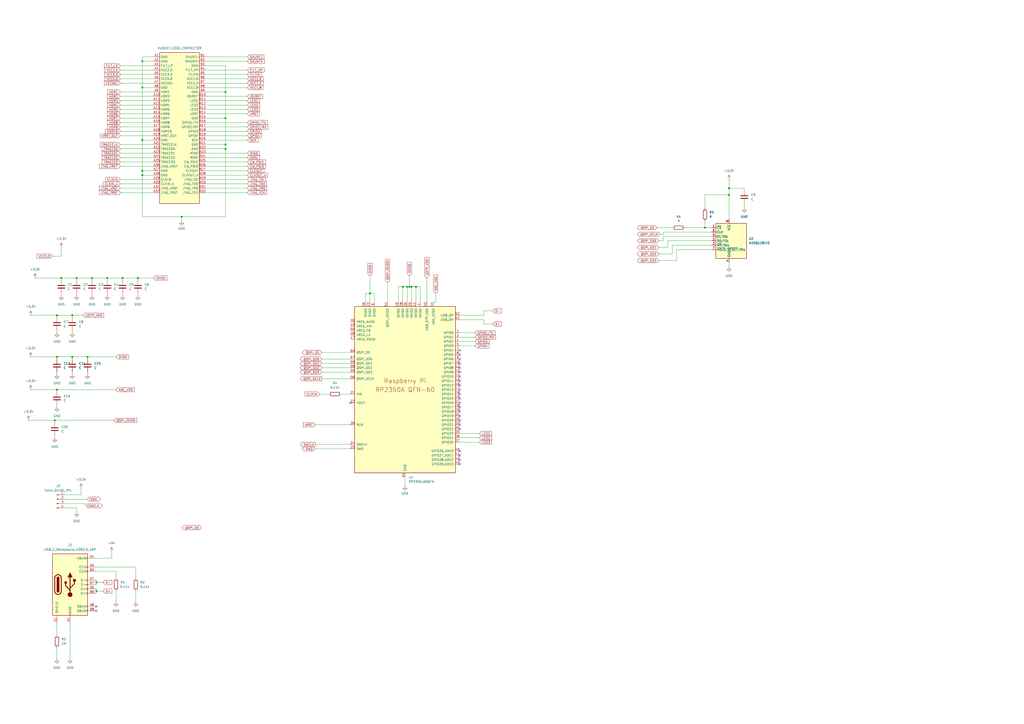
<source format=kicad_sch>
(kicad_sch (version 20250114) (generator "eeschema") (generator_version "9.0")
  (paper "A2")
  (lib_symbols
    (symbol "Connector:Conn_01x04_Pin" (pin_names (offset 1.016) (hide yes))
      (property "Reference" "J" (at 0 5.08 0))
      (property "Value" "Conn_01x04_Pin" (at 0 -7.62 0))
      (symbol "Conn_01x04_Pin_1_1"
        (pin passive line (at 5.08 2.54 180) (length 3.81) (name "Pin_1") (number "1"))
        (pin passive line (at 5.08 0 180) (length 3.81) (name "Pin_2") (number "2"))
        (pin passive line (at 5.08 -2.54 180) (length 3.81) (name "Pin_3") (number "3"))
        (pin passive line (at 5.08 -5.08 180) (length 3.81) (name "Pin_4") (number "4"))
      )
    )
    (symbol "Connector:USB_C_Receptacle_USB2.0_16P" (pin_names (offset 1.016))
      (property "Reference" "J" (at 0 22.225 0))
      (property "Value" "USB_C_Receptacle_USB2.0_16P" (at 0 19.685 0))
      (symbol "USB_C_Receptacle_USB2.0_16P_1_1"
        (pin passive line (at -7.62 -22.86 90) (length 5.08) (name "SHIELD") (number "S1"))
        (pin passive line (at 0 -22.86 90) (length 5.08) (name "GND") (number "A1"))
        (pin passive line (at 0 -22.86 90) (length 5.08) (hide yes) (name "GND") (number "A12"))
        (pin passive line (at 0 -22.86 90) (length 5.08) (hide yes) (name "GND") (number "B1"))
        (pin passive line (at 0 -22.86 90) (length 5.08) (hide yes) (name "GND") (number "B12"))
        (pin passive line (at 15.24 15.24 180) (length 5.08) (name "VBUS") (number "A4"))
        (pin passive line (at 15.24 15.24 180) (length 5.08) (hide yes) (name "VBUS") (number "A9"))
        (pin passive line (at 15.24 15.24 180) (length 5.08) (hide yes) (name "VBUS") (number "B4"))
        (pin passive line (at 15.24 15.24 180) (length 5.08) (hide yes) (name "VBUS") (number "B9"))
        (pin bidirectional line (at 15.24 10.16 180) (length 5.08) (name "CC1") (number "A5"))
        (pin bidirectional line (at 15.24 7.62 180) (length 5.08) (name "CC2") (number "B5"))
        (pin bidirectional line (at 15.24 2.54 180) (length 5.08) (name "D-") (number "A7"))
        (pin bidirectional line (at 15.24 0 180) (length 5.08) (name "D-") (number "B7"))
        (pin bidirectional line (at 15.24 -2.54 180) (length 5.08) (name "D+") (number "A6"))
        (pin bidirectional line (at 15.24 -5.08 180) (length 5.08) (name "D+") (number "B6"))
        (pin bidirectional line (at 15.24 -12.7 180) (length 5.08) (name "SBU1") (number "A8"))
        (pin bidirectional line (at 15.24 -15.24 180) (length 5.08) (name "SBU2") (number "B8"))
      )
    )
    (symbol "Device:C" (pin_numbers (hide yes)) (pin_names (offset 0.254))
      (property "Reference" "C" (at 0.635 2.54 0))
      (property "Value" "C" (at 0.635 -2.54 0))
      (symbol "C_1_1"
        (pin passive line (at 0 3.81 270) (length 2.794) (name "~") (number "1"))
        (pin passive line (at 0 -3.81 90) (length 2.794) (name "~") (number "2"))
      )
    )
    (symbol "Device:R" (pin_numbers (hide yes)) (pin_names (offset 0))
      (property "Reference" "R" (at 2.032 0 90))
      (property "Value" "R" (at 0 0 90))
      (symbol "R_1_1"
        (pin passive line (at 0 3.81 270) (length 1.27) (name "~") (number "1"))
        (pin passive line (at 0 -3.81 90) (length 1.27) (name "~") (number "2"))
      )
    )
    (symbol "MCU_RaspberryPi_RP2350:RP2350_60QFN" (pin_names (offset 1.016))
      (property "Reference" "U" (at -29.21 49.53 0))
      (property "Value" "RP2350_60QFN" (at 24.13 -49.53 0))
      (symbol "RP2350_60QFN_0_0"
        (text "Raspberry Pi" (at 0 5.08 0) (effects (font (size 2.54 2.54))))
      )
      (symbol "RP2350_60QFN_1_0"
        (text "RP2350A QFN-60" (at 0 0 0) (effects (font (size 2.54 2.54))))
      )
      (symbol "RP2350_60QFN_1_1"
        (pin power_in line (at -31.75 39.37 0) (length 2.54) (name "VREG_AVDD") (number "46"))
        (pin power_in line (at -31.75 36.83 0) (length 2.54) (name "VREG_VIN") (number "49"))
        (pin input line (at -31.75 34.29 0) (length 2.54) (name "VREG_FB") (number "50"))
        (pin power_out line (at -31.75 31.75 0) (length 2.54) (name "VREG_LX") (number "48"))
        (pin power_in line (at -31.75 29.21 0) (length 2.54) (name "VREG_PGND") (number "47"))
        (pin bidirectional line (at -31.75 21.59 0) (length 2.54) (name "QSPI_SS") (number "60"))
        (pin bidirectional line (at -31.75 17.78 0) (length 2.54) (name "QSPI_SD0") (number "57"))
        (pin bidirectional line (at -31.75 15.24 0) (length 2.54) (name "QSPI_SD1") (number "59"))
        (pin bidirectional line (at -31.75 12.7 0) (length 2.54) (name "QSPI_SD2") (number "58"))
        (pin bidirectional line (at -31.75 10.16 0) (length 2.54) (name "QSPI_SD3") (number "55"))
        (pin output line (at -31.75 6.35 0) (length 2.54) (name "QSPI_SCLK") (number "56"))
        (pin input line (at -31.75 -2.54 0) (length 2.54) (name "XIN") (number "21"))
        (pin passive line (at -31.75 -7.62 0) (length 2.54) (name "XOUT") (number "22"))
        (pin input line (at -31.75 -20.32 0) (length 2.54) (name "RUN") (number "26"))
        (pin output line (at -31.75 -31.75 0) (length 2.54) (name "SWCLK") (number "24"))
        (pin bidirectional line (at -31.75 -34.29 0) (length 2.54) (name "SWD") (number "25"))
        (pin power_in line (at -22.86 50.8 270) (length 2.54) (name "DVDD") (number "39"))
        (pin power_in line (at -20.32 50.8 270) (length 2.54) (name "DVDD") (number "23"))
        (pin power_in line (at -17.78 50.8 270) (length 2.54) (name "DVDD") (number "6"))
        (pin power_in line (at -10.16 50.8 270) (length 2.54) (name "QSPI_IOVDD") (number "54"))
        (pin power_in line (at -3.81 50.8 270) (length 2.54) (name "IOVDD") (number "45"))
        (pin power_in line (at -1.27 50.8 270) (length 2.54) (name "IOVDD") (number "38"))
        (pin power_in line (at 0 -50.8 90) (length 2.54) (name "GND") (number "61"))
        (pin power_in line (at 1.27 50.8 270) (length 2.54) (name "IOVDD") (number "30"))
        (pin power_in line (at 3.81 50.8 270) (length 2.54) (name "IOVDD") (number "20"))
        (pin power_in line (at 6.35 50.8 270) (length 2.54) (name "IOVDD") (number "11"))
        (pin power_in line (at 8.89 50.8 270) (length 2.54) (name "IOVDD") (number "1"))
        (pin power_in line (at 12.7 50.8 270) (length 2.54) (name "USB_OTP_VDD") (number "53"))
        (pin power_in line (at 16.51 50.8 270) (length 2.54) (name "ADC_AVDD") (number "44"))
        (pin bidirectional line (at 31.75 43.18 180) (length 2.54) (name "USB_DP") (number "52"))
        (pin bidirectional line (at 31.75 40.64 180) (length 2.54) (name "USB_DM") (number "51"))
        (pin bidirectional line (at 31.75 33.02 180) (length 2.54) (name "GPIO0") (number "2"))
        (pin bidirectional line (at 31.75 30.48 180) (length 2.54) (name "GPIO1") (number "3"))
        (pin bidirectional line (at 31.75 27.94 180) (length 2.54) (name "GPIO2") (number "4"))
        (pin bidirectional line (at 31.75 25.4 180) (length 2.54) (name "GPIO3") (number "5"))
        (pin bidirectional line (at 31.75 22.86 180) (length 2.54) (name "GPIO4") (number "7"))
        (pin bidirectional line (at 31.75 20.32 180) (length 2.54) (name "GPIO5") (number "8"))
        (pin bidirectional line (at 31.75 17.78 180) (length 2.54) (name "GPIO6") (number "9"))
        (pin bidirectional line (at 31.75 15.24 180) (length 2.54) (name "GPIO7") (number "10"))
        (pin bidirectional line (at 31.75 12.7 180) (length 2.54) (name "GPIO8") (number "12"))
        (pin bidirectional line (at 31.75 10.16 180) (length 2.54) (name "GPIO9") (number "13"))
        (pin bidirectional line (at 31.75 7.62 180) (length 2.54) (name "GPIO10") (number "14"))
        (pin bidirectional line (at 31.75 5.08 180) (length 2.54) (name "GPIO11") (number "15"))
        (pin bidirectional line (at 31.75 2.54 180) (length 2.54) (name "GPIO12") (number "16"))
        (pin bidirectional line (at 31.75 0 180) (length 2.54) (name "GPIO13") (number "17"))
        (pin bidirectional line (at 31.75 -2.54 180) (length 2.54) (name "GPIO14") (number "18"))
        (pin bidirectional line (at 31.75 -5.08 180) (length 2.54) (name "GPIO15") (number "19"))
        (pin bidirectional line (at 31.75 -7.62 180) (length 2.54) (name "GPIO16") (number "27"))
        (pin bidirectional line (at 31.75 -10.16 180) (length 2.54) (name "GPIO17") (number "28"))
        (pin bidirectional line (at 31.75 -12.7 180) (length 2.54) (name "GPIO18") (number "29"))
        (pin bidirectional line (at 31.75 -15.24 180) (length 2.54) (name "GPIO19") (number "31"))
        (pin bidirectional line (at 31.75 -17.78 180) (length 2.54) (name "GPIO20") (number "32"))
        (pin bidirectional line (at 31.75 -20.32 180) (length 2.54) (name "GPIO21") (number "33"))
        (pin bidirectional line (at 31.75 -22.86 180) (length 2.54) (name "GPIO22") (number "34"))
        (pin bidirectional line (at 31.75 -25.4 180) (length 2.54) (name "GPIO23") (number "35"))
        (pin bidirectional line (at 31.75 -27.94 180) (length 2.54) (name "GPIO24") (number "36"))
        (pin bidirectional line (at 31.75 -30.48 180) (length 2.54) (name "GPIO25") (number "37"))
        (pin bidirectional line (at 31.75 -35.56 180) (length 2.54) (name "GPIO26_ADC0") (number "40"))
        (pin bidirectional line (at 31.75 -38.1 180) (length 2.54) (name "GPIO27_ADC1") (number "41"))
        (pin bidirectional line (at 31.75 -40.64 180) (length 2.54) (name "GPIO28_ADC2") (number "42"))
        (pin bidirectional line (at 31.75 -43.18 180) (length 2.54) (name "GPIO29_ADC3") (number "43"))
      )
    )
    (symbol "Memory_Flash:W25Q128JVS"
      (property "Reference" "U" (at -6.35 11.43 0))
      (property "Value" "W25Q128JVS" (at 7.62 11.43 0))
      (symbol "W25Q128JVS_1_1"
        (pin input line (at -10.16 7.62 0) (length 2.54) (name "~{CS}") (number "1"))
        (pin input line (at -10.16 5.08 0) (length 2.54) (name "CLK") (number "6"))
        (pin bidirectional line (at -10.16 2.54 0) (length 2.54) (name "DI/IO_{0}") (number "5"))
        (pin bidirectional line (at -10.16 0 0) (length 2.54) (name "DO/IO_{1}") (number "2"))
        (pin bidirectional line (at -10.16 -2.54 0) (length 2.54) (name "~{WP}/IO_{2}") (number "3"))
        (pin bidirectional line (at -10.16 -5.08 0) (length 2.54) (name "~{HOLD}/~{RESET}/IO_{3}") (number "7"))
        (pin power_in line (at 0 12.7 270) (length 2.54) (name "VCC") (number "8"))
        (pin power_in line (at 0 -12.7 90) (length 2.54) (name "GND") (number "4"))
      )
    )
    (symbol "New_Library:HUSKEY_EDGE_CONNECTOR"
      (property "Value" "HUSKEY_EDGE_CONNECTOR" (at 85.09 26.67 0))
      (symbol "HUSKEY_EDGE_CONNECTOR_1_1"
        (pin passive line (at -15.24 29.21 0) (length 3.81) (name "GND") (number "A1"))
        (pin passive line (at -15.24 26.67 0) (length 3.81) (name "GND") (number "A2"))
        (pin passive line (at -15.24 24.13 0) (length 3.81) (name "FILT_LP") (number "A3"))
        (pin passive line (at -15.24 21.59 0) (length 3.81) (name "VCC2.5") (number "A4"))
        (pin passive line (at -15.24 19.05 0) (length 3.81) (name "VCC3.3") (number "A5"))
        (pin passive line (at -15.24 16.51 0) (length 3.81) (name "VCC5.0") (number "A6"))
        (pin passive line (at -15.24 13.97 0) (length 3.81) (name "VCCADJ") (number "A7"))
        (pin passive line (at -15.24 11.43 0) (length 3.81) (name "GND") (number "A8"))
        (pin passive line (at -15.24 8.89 0) (length 3.81) (name "HDR1") (number "A9"))
        (pin passive line (at -15.24 6.35 0) (length 3.81) (name "HDR2") (number "A10"))
        (pin passive line (at -15.24 3.81 0) (length 3.81) (name "HDR3") (number "A11"))
        (pin passive line (at -15.24 1.27 0) (length 3.81) (name "HDR4") (number "A12"))
        (pin passive line (at -15.24 -1.27 0) (length 3.81) (name "HDR5") (number "A13"))
        (pin passive line (at -15.24 -3.81 0) (length 3.81) (name "HDR6") (number "A14"))
        (pin passive line (at -15.24 -6.35 0) (length 3.81) (name "HDR7") (number "A15"))
        (pin passive line (at -15.24 -8.89 0) (length 3.81) (name "HDR8") (number "A16"))
        (pin passive line (at -15.24 -11.43 0) (length 3.81) (name "HDR9") (number "A17"))
        (pin passive line (at -15.24 -13.97 0) (length 3.81) (name "HDR10") (number "A18"))
        (pin passive line (at -15.24 -16.51 0) (length 3.81) (name "nRST_OUT") (number "A19"))
        (pin passive line (at -15.24 -19.05 0) (length 3.81) (name "GND") (number "A20"))
        (pin passive line (at -15.24 -21.59 0) (length 3.81) (name "TRACECLK") (number "A21"))
        (pin passive line (at -15.24 -24.13 0) (length 3.81) (name "TRACED0") (number "A22"))
        (pin passive line (at -15.24 -26.67 0) (length 3.81) (name "TRACED1") (number "A23"))
        (pin passive line (at -15.24 -29.21 0) (length 3.81) (name "TRACED2") (number "A24"))
        (pin passive line (at -15.24 -31.75 0) (length 3.81) (name "TRACED3") (number "A25"))
        (pin passive line (at -15.24 -34.29 0) (length 3.81) (name "JTAG_VREF") (number "A26"))
        (pin passive line (at -15.24 -36.83 0) (length 3.81) (name "GND") (number "A27"))
        (pin passive line (at -15.24 -39.37 0) (length 3.81) (name "GND") (number "A28"))
        (pin passive line (at -15.24 -41.91 0) (length 3.81) (name "CLIKIN") (number "A29"))
        (pin passive line (at -15.24 -44.45 0) (length 3.81) (name "CLKIN_n") (number "A30"))
        (pin passive line (at -15.24 -46.99 0) (length 3.81) (name "JTAG_nRST") (number "A31"))
        (pin passive line (at -15.24 -49.53 0) (length 3.81) (name "JTAG_TRST") (number "A32"))
        (pin passive line (at 15.24 29.21 180) (length 3.81) (name "SHUNTL") (number "B1"))
        (pin passive line (at 15.24 26.67 180) (length 3.81) (name "SHUNTH") (number "B2"))
        (pin passive line (at 15.24 24.13 180) (length 3.81) (name "GND") (number "B3"))
        (pin passive line (at 15.24 21.59 180) (length 3.81) (name "FILT_HP") (number "B4"))
        (pin passive line (at 15.24 19.05 180) (length 3.81) (name "FILTIN") (number "B5"))
        (pin passive line (at 15.24 16.51 180) (length 3.81) (name "VCC1.0") (number "B6"))
        (pin passive line (at 15.24 13.97 180) (length 3.81) (name "VCC1.2") (number "B7"))
        (pin passive line (at 15.24 11.43 180) (length 3.81) (name "VCC1.8") (number "B8"))
        (pin passive line (at 15.24 8.89 180) (length 3.81) (name "GND") (number "B9"))
        (pin passive line (at 15.24 6.35 180) (length 3.81) (name "IOVREF") (number "B10"))
        (pin passive line (at 15.24 3.81 180) (length 3.81) (name "LED1") (number "B11"))
        (pin passive line (at 15.24 1.27 180) (length 3.81) (name "LED2") (number "B12"))
        (pin passive line (at 15.24 -1.27 180) (length 3.81) (name "LED3") (number "B13"))
        (pin passive line (at 15.24 -3.81 180) (length 3.81) (name "nRST") (number "B14"))
        (pin passive line (at 15.24 -6.35 180) (length 3.81) (name "GND") (number "B15"))
        (pin passive line (at 15.24 -8.89 180) (length 3.81) (name "GPIO1/TX") (number "B16"))
        (pin passive line (at 15.24 -11.43 180) (length 3.81) (name "GPIO2/RX") (number "B17"))
        (pin passive line (at 15.24 -13.97 180) (length 3.81) (name "GPIO3") (number "B18"))
        (pin passive line (at 15.24 -16.51 180) (length 3.81) (name "GPIO4") (number "B19"))
        (pin passive line (at 15.24 -19.05 180) (length 3.81) (name "SCK") (number "B20"))
        (pin passive line (at 15.24 -21.59 180) (length 3.81) (name "GND") (number "B21"))
        (pin passive line (at 15.24 -24.13 180) (length 3.81) (name "GND") (number "B22"))
        (pin passive line (at 15.24 -26.67 180) (length 3.81) (name "MISO") (number "B23"))
        (pin passive line (at 15.24 -29.21 180) (length 3.81) (name "MOSI") (number "B24"))
        (pin passive line (at 15.24 -31.75 180) (length 3.81) (name "CW_PDIC") (number "B25"))
        (pin passive line (at 15.24 -34.29 180) (length 3.81) (name "CW_PDID") (number "B26"))
        (pin passive line (at 15.24 -36.83 180) (length 3.81) (name "CLKOUT") (number "B27"))
        (pin passive line (at 15.24 -39.37 180) (length 3.81) (name "CLKOUT_n") (number "B28"))
        (pin passive line (at 15.24 -41.91 180) (length 3.81) (name "JTAG_TDI") (number "B29"))
        (pin passive line (at 15.24 -44.45 180) (length 3.81) (name "JTAG_TDO") (number "B30"))
        (pin passive line (at 15.24 -46.99 180) (length 3.81) (name "JTAG_TMS") (number "B31"))
        (pin passive line (at 15.24 -49.53 180) (length 3.81) (name "JTAG_TCK") (number "B32"))
      )
    )
    (symbol "power:+3.3V" (power) (pin_numbers (hide yes)) (pin_names (offset 0) (hide yes))
      (property "Value" "+3.3V" (at 0 3.556 0))
      (symbol "+3.3V_1_1"
        (pin power_in line (at 0 0 90) (length 0) (name "~") (number "1"))
      )
    )
    (symbol "power:+5V" (power) (pin_numbers (hide yes)) (pin_names (offset 0) (hide yes))
      (property "Value" "+5V" (at 0 3.556 0))
      (symbol "+5V_1_1"
        (pin power_in line (at 0 0 90) (length 0) (name "~") (number "1"))
      )
    )
    (symbol "power:GND" (power) (pin_numbers (hide yes)) (pin_names (offset 0) (hide yes))
      (property "Value" "GND" (at 0 -3.81 0))
      (symbol "GND_1_1"
        (pin power_in line (at 0 0 270) (length 0) (name "~") (number "1"))
      )
    )
  )
  (junction (at 130.81 86.36))
  (junction (at 82.55 81.28))
  (junction (at 237.49 166.37))
  (junction (at 130.81 68.58))
  (junction (at 80.01 161.29))
  (junction (at 41.91 182.88))
  (junction (at 82.55 101.6))
  (junction (at 241.3 166.37))
  (junction (at 105.41 125.73))
  (junction (at 33.02 226.06))
  (junction (at 33.02 207.01))
  (junction (at 53.34 161.29))
  (junction (at 55.88 342.9))
  (junction (at 62.23 161.29))
  (junction (at 82.55 50.8))
  (junction (at 130.81 83.82))
  (junction (at 44.45 161.29))
  (junction (at 130.81 53.34))
  (junction (at 408.94 132.08))
  (junction (at 422.91 109.22))
  (junction (at 35.56 161.29))
  (junction (at 50.8 207.01))
  (junction (at 31.75 243.84))
  (junction (at 82.55 35.56))
  (junction (at 236.22 166.37))
  (junction (at 422.91 113.03))
  (junction (at 55.88 337.82))
  (junction (at 233.68 166.37))
  (junction (at 33.02 182.88))
  (junction (at 238.76 166.37))
  (junction (at 214.63 170.18))
  (junction (at 41.91 207.01))
  (junction (at 82.55 99.06))
  (junction (at 71.12 161.29))
  (no_connect (at 266.7 205.74))
  (no_connect (at 266.7 264.16))
  (no_connect (at 266.7 248.92))
  (no_connect (at 266.7 238.76))
  (no_connect (at 266.7 213.36))
  (no_connect (at 55.88 351.79))
  (no_connect (at 266.7 203.2))
  (no_connect (at 266.7 223.52))
  (no_connect (at 266.7 243.84))
  (no_connect (at 266.7 241.3))
  (no_connect (at 266.7 220.98))
  (no_connect (at 266.7 236.22))
  (no_connect (at 203.2 233.68))
  (no_connect (at 266.7 269.24))
  (no_connect (at 266.7 228.6))
  (no_connect (at 55.88 354.33))
  (no_connect (at 266.7 210.82))
  (no_connect (at 266.7 261.62))
  (no_connect (at 266.7 226.06))
  (no_connect (at 266.7 266.7))
  (no_connect (at 266.7 208.28))
  (no_connect (at 266.7 246.38))
  (no_connect (at 266.7 233.68))
  (no_connect (at 266.7 215.9))
  (no_connect (at 266.7 218.44))
  (no_connect (at 266.7 231.14))
  (wire (pts (xy 182.88 257.81) (xy 203.2 257.81)))
  (wire (pts (xy 55.88 331.47) (xy 67.31 331.47)))
  (wire (pts (xy 69.85 91.44) (xy 88.9 91.44)))
  (wire (pts (xy 186.69 210.82) (xy 203.2 210.82)))
  (wire (pts (xy 30.48 148.59) (xy 35.56 148.59)))
  (wire (pts (xy 392.43 144.78) (xy 392.43 151.13)))
  (wire (pts (xy 431.8 109.22) (xy 431.8 110.49)))
  (wire (pts (xy 31.75 243.84) (xy 31.75 245.11)))
  (wire (pts (xy 44.45 170.18) (xy 44.45 171.45)))
  (wire (pts (xy 33.02 207.01) (xy 33.02 208.28)))
  (wire (pts (xy 55.88 337.82) (xy 55.88 339.09)))
  (wire (pts (xy 62.23 161.29) (xy 62.23 162.56)))
  (wire (pts (xy 69.85 53.34) (xy 88.9 53.34)))
  (wire (pts (xy 33.02 234.95) (xy 33.02 236.22)))
  (wire (pts (xy 41.91 182.88) (xy 41.91 184.15)))
  (wire (pts (xy 422.91 113.03) (xy 422.91 127)))
  (wire (pts (xy 143.51 66.04) (xy 119.38 66.04)))
  (wire (pts (xy 82.55 101.6) (xy 82.55 125.73)))
  (wire (pts (xy 382.27 143.51) (xy 387.35 143.51)))
  (wire (pts (xy 55.88 328.93) (xy 78.74 328.93)))
  (wire (pts (xy 233.68 166.37) (xy 233.68 175.26)))
  (wire (pts (xy 266.7 251.46) (xy 278.13 251.46)))
  (wire (pts (xy 53.34 170.18) (xy 53.34 171.45)))
  (wire (pts (xy 41.91 207.01) (xy 41.91 208.28)))
  (wire (pts (xy 143.51 73.66) (xy 119.38 73.66)))
  (wire (pts (xy 266.7 193.04) (xy 275.59 193.04)))
  (wire (pts (xy 69.85 38.1) (xy 88.9 38.1)))
  (wire (pts (xy 50.8 215.9) (xy 50.8 217.17)))
  (wire (pts (xy 62.23 170.18) (xy 62.23 171.45)))
  (wire (pts (xy 384.81 134.62) (xy 412.75 134.62)))
  (wire (pts (xy 387.35 143.51) (xy 387.35 139.7)))
  (wire (pts (xy 53.34 161.29) (xy 62.23 161.29)))
  (wire (pts (xy 69.85 93.98) (xy 88.9 93.98)))
  (wire (pts (xy 82.55 33.02) (xy 88.9 33.02)))
  (wire (pts (xy 41.91 182.88) (xy 48.26 182.88)))
  (wire (pts (xy 280.67 180.34) (xy 285.75 180.34)))
  (wire (pts (xy 69.85 88.9) (xy 88.9 88.9)))
  (wire (pts (xy 69.85 58.42) (xy 88.9 58.42)))
  (wire (pts (xy 247.65 175.26) (xy 247.65 161.29)))
  (wire (pts (xy 35.56 161.29) (xy 35.56 162.56)))
  (wire (pts (xy 182.88 260.35) (xy 203.2 260.35)))
  (wire (pts (xy 44.45 294.64) (xy 44.45 297.18)))
  (wire (pts (xy 46.99 287.02) (xy 46.99 283.21)))
  (wire (pts (xy 69.85 66.04) (xy 88.9 66.04)))
  (wire (pts (xy 82.55 99.06) (xy 88.9 99.06)))
  (wire (pts (xy 280.67 187.96) (xy 280.67 185.42)))
  (wire (pts (xy 130.81 68.58) (xy 130.81 83.82)))
  (wire (pts (xy 41.91 191.77) (xy 41.91 193.04)))
  (wire (pts (xy 33.02 182.88) (xy 33.02 184.15)))
  (wire (pts (xy 55.88 323.85) (xy 64.77 323.85)))
  (wire (pts (xy 82.55 50.8) (xy 82.55 81.28)))
  (wire (pts (xy 234.95 276.86) (xy 234.95 281.94)))
  (wire (pts (xy 82.55 50.8) (xy 88.9 50.8)))
  (wire (pts (xy 412.75 144.78) (xy 392.43 144.78)))
  (wire (pts (xy 412.75 142.24) (xy 389.89 142.24)))
  (wire (pts (xy 266.7 200.66) (xy 275.59 200.66)))
  (wire (pts (xy 143.51 106.68) (xy 119.38 106.68)))
  (wire (pts (xy 69.85 96.52) (xy 88.9 96.52)))
  (wire (pts (xy 33.02 226.06) (xy 33.02 227.33)))
  (wire (pts (xy 69.85 40.64) (xy 88.9 40.64)))
  (wire (pts (xy 243.84 175.26) (xy 243.84 166.37)))
  (wire (pts (xy 69.85 83.82) (xy 88.9 83.82)))
  (wire (pts (xy 82.55 81.28) (xy 88.9 81.28)))
  (wire (pts (xy 69.85 106.68) (xy 88.9 106.68)))
  (wire (pts (xy 69.85 43.18) (xy 88.9 43.18)))
  (wire (pts (xy 49.53 292.1) (xy 38.1 292.1)))
  (wire (pts (xy 55.88 336.55) (xy 55.88 337.82)))
  (wire (pts (xy 78.74 328.93) (xy 78.74 335.28)))
  (wire (pts (xy 33.02 207.01) (xy 41.91 207.01)))
  (wire (pts (xy 33.02 191.77) (xy 33.02 193.04)))
  (wire (pts (xy 69.85 45.72) (xy 88.9 45.72)))
  (wire (pts (xy 55.88 342.9) (xy 59.69 342.9)))
  (wire (pts (xy 280.67 185.42) (xy 266.7 185.42)))
  (wire (pts (xy 384.81 139.7) (xy 382.27 139.7)))
  (wire (pts (xy 69.85 73.66) (xy 88.9 73.66)))
  (wire (pts (xy 38.1 294.64) (xy 44.45 294.64)))
  (wire (pts (xy 53.34 161.29) (xy 53.34 162.56)))
  (wire (pts (xy 236.22 166.37) (xy 237.49 166.37)))
  (wire (pts (xy 237.49 160.02) (xy 237.49 166.37)))
  (wire (pts (xy 431.8 118.11) (xy 431.8 120.65)))
  (wire (pts (xy 31.75 252.73) (xy 31.75 254)))
  (wire (pts (xy 55.88 342.9) (xy 55.88 344.17)))
  (wire (pts (xy 33.02 375.92) (xy 33.02 382.27)))
  (wire (pts (xy 143.51 76.2) (xy 119.38 76.2)))
  (wire (pts (xy 78.74 342.9) (xy 78.74 349.25)))
  (wire (pts (xy 105.41 128.27) (xy 105.41 125.73)))
  (wire (pts (xy 50.8 207.01) (xy 50.8 208.28)))
  (wire (pts (xy 422.91 113.03) (xy 408.94 113.03)))
  (wire (pts (xy 238.76 166.37) (xy 238.76 175.26)))
  (wire (pts (xy 82.55 99.06) (xy 82.55 101.6)))
  (wire (pts (xy 143.51 101.6) (xy 119.38 101.6)))
  (wire (pts (xy 33.02 182.88) (xy 41.91 182.88)))
  (wire (pts (xy 143.51 99.06) (xy 119.38 99.06)))
  (wire (pts (xy 69.85 63.5) (xy 88.9 63.5)))
  (wire (pts (xy 82.55 35.56) (xy 82.55 50.8)))
  (wire (pts (xy 384.81 137.16) (xy 384.81 139.7)))
  (wire (pts (xy 143.51 43.18) (xy 119.38 43.18)))
  (wire (pts (xy 252.73 175.26) (xy 251.46 175.26)))
  (wire (pts (xy 214.63 160.02) (xy 214.63 170.18)))
  (wire (pts (xy 143.51 50.8) (xy 119.38 50.8)))
  (wire (pts (xy 186.69 208.28) (xy 203.2 208.28)))
  (wire (pts (xy 33.02 215.9) (xy 33.02 217.17)))
  (wire (pts (xy 217.17 175.26) (xy 217.17 170.18)))
  (wire (pts (xy 238.76 166.37) (xy 241.3 166.37)))
  (wire (pts (xy 397.51 132.08) (xy 408.94 132.08)))
  (wire (pts (xy 16.51 243.84) (xy 31.75 243.84)))
  (wire (pts (xy 182.88 246.38) (xy 203.2 246.38)))
  (wire (pts (xy 143.51 60.96) (xy 119.38 60.96)))
  (wire (pts (xy 408.94 128.27) (xy 408.94 132.08)))
  (wire (pts (xy 143.51 63.5) (xy 119.38 63.5)))
  (wire (pts (xy 17.78 207.01) (xy 33.02 207.01)))
  (wire (pts (xy 44.45 161.29) (xy 44.45 162.56)))
  (wire (pts (xy 130.81 53.34) (xy 130.81 68.58)))
  (wire (pts (xy 69.85 86.36) (xy 88.9 86.36)))
  (wire (pts (xy 241.3 175.26) (xy 241.3 166.37)))
  (wire (pts (xy 266.7 195.58) (xy 275.59 195.58)))
  (wire (pts (xy 69.85 71.12) (xy 88.9 71.12)))
  (wire (pts (xy 143.51 78.74) (xy 119.38 78.74)))
  (wire (pts (xy 38.1 287.02) (xy 46.99 287.02)))
  (wire (pts (xy 71.12 161.29) (xy 71.12 162.56)))
  (wire (pts (xy 212.09 170.18) (xy 214.63 170.18)))
  (wire (pts (xy 71.12 161.29) (xy 80.01 161.29)))
  (wire (pts (xy 422.91 109.22) (xy 431.8 109.22)))
  (wire (pts (xy 266.7 256.54) (xy 278.13 256.54)))
  (wire (pts (xy 392.43 151.13) (xy 382.27 151.13)))
  (wire (pts (xy 69.85 76.2) (xy 88.9 76.2)))
  (wire (pts (xy 422.91 109.22) (xy 422.91 113.03)))
  (wire (pts (xy 185.42 228.6) (xy 190.5 228.6)))
  (wire (pts (xy 130.81 38.1) (xy 119.38 38.1)))
  (wire (pts (xy 130.81 53.34) (xy 119.38 53.34)))
  (wire (pts (xy 237.49 166.37) (xy 238.76 166.37)))
  (wire (pts (xy 38.1 289.56) (xy 50.8 289.56)))
  (wire (pts (xy 82.55 101.6) (xy 88.9 101.6)))
  (wire (pts (xy 130.81 83.82) (xy 130.81 86.36)))
  (wire (pts (xy 62.23 161.29) (xy 71.12 161.29)))
  (wire (pts (xy 69.85 60.96) (xy 88.9 60.96)))
  (wire (pts (xy 67.31 342.9) (xy 67.31 349.25)))
  (wire (pts (xy 143.51 35.56) (xy 119.38 35.56)))
  (wire (pts (xy 31.75 243.84) (xy 66.04 243.84)))
  (wire (pts (xy 17.78 226.06) (xy 33.02 226.06)))
  (wire (pts (xy 198.12 228.6) (xy 203.2 228.6)))
  (wire (pts (xy 186.69 213.36) (xy 203.2 213.36)))
  (wire (pts (xy 389.89 142.24) (xy 389.89 147.32)))
  (wire (pts (xy 69.85 55.88) (xy 88.9 55.88)))
  (wire (pts (xy 241.3 166.37) (xy 243.84 166.37)))
  (wire (pts (xy 233.68 166.37) (xy 236.22 166.37)))
  (wire (pts (xy 143.51 88.9) (xy 119.38 88.9)))
  (wire (pts (xy 143.51 33.02) (xy 119.38 33.02)))
  (wire (pts (xy 143.51 48.26) (xy 119.38 48.26)))
  (wire (pts (xy 35.56 170.18) (xy 35.56 171.45)))
  (wire (pts (xy 55.88 341.63) (xy 55.88 342.9)))
  (wire (pts (xy 69.85 68.58) (xy 88.9 68.58)))
  (wire (pts (xy 266.7 182.88) (xy 280.67 182.88)))
  (wire (pts (xy 69.85 111.76) (xy 88.9 111.76)))
  (wire (pts (xy 381 132.08) (xy 389.89 132.08)))
  (wire (pts (xy 236.22 166.37) (xy 236.22 175.26)))
  (wire (pts (xy 384.81 135.89) (xy 384.81 134.62)))
  (wire (pts (xy 412.75 137.16) (xy 384.81 137.16)))
  (wire (pts (xy 40.64 361.95) (xy 40.64 382.27)))
  (wire (pts (xy 143.51 111.76) (xy 119.38 111.76)))
  (wire (pts (xy 41.91 215.9) (xy 41.91 217.17)))
  (wire (pts (xy 214.63 170.18) (xy 217.17 170.18)))
  (wire (pts (xy 231.14 175.26) (xy 231.14 166.37)))
  (wire (pts (xy 80.01 161.29) (xy 88.9 161.29)))
  (wire (pts (xy 41.91 207.01) (xy 50.8 207.01)))
  (wire (pts (xy 143.51 45.72) (xy 119.38 45.72)))
  (wire (pts (xy 44.45 161.29) (xy 53.34 161.29)))
  (wire (pts (xy 80.01 161.29) (xy 80.01 162.56)))
  (wire (pts (xy 143.51 104.14) (xy 119.38 104.14)))
  (wire (pts (xy 186.69 204.47) (xy 203.2 204.47)))
  (wire (pts (xy 266.7 198.12) (xy 275.59 198.12)))
  (wire (pts (xy 130.81 125.73) (xy 105.41 125.73)))
  (wire (pts (xy 17.78 182.88) (xy 33.02 182.88)))
  (wire (pts (xy 252.73 170.18) (xy 252.73 175.26)))
  (wire (pts (xy 422.91 152.4) (xy 422.91 154.94)))
  (wire (pts (xy 35.56 148.59) (xy 35.56 143.51)))
  (wire (pts (xy 266.7 254) (xy 278.13 254)))
  (wire (pts (xy 71.12 170.18) (xy 71.12 171.45)))
  (wire (pts (xy 224.79 163.83) (xy 224.79 175.26)))
  (wire (pts (xy 49.53 293.37) (xy 50.8 293.37)))
  (wire (pts (xy 130.81 86.36) (xy 130.81 125.73)))
  (wire (pts (xy 50.8 207.01) (xy 67.31 207.01)))
  (wire (pts (xy 69.85 104.14) (xy 88.9 104.14)))
  (wire (pts (xy 408.94 132.08) (xy 412.75 132.08)))
  (wire (pts (xy 408.94 113.03) (xy 408.94 120.65)))
  (wire (pts (xy 69.85 48.26) (xy 88.9 48.26)))
  (wire (pts (xy 186.69 215.9) (xy 203.2 215.9)))
  (wire (pts (xy 55.88 337.82) (xy 59.69 337.82)))
  (wire (pts (xy 143.51 58.42) (xy 119.38 58.42)))
  (wire (pts (xy 143.51 55.88) (xy 119.38 55.88)))
  (wire (pts (xy 130.81 68.58) (xy 119.38 68.58)))
  (wire (pts (xy 422.91 104.14) (xy 422.91 109.22)))
  (wire (pts (xy 143.51 81.28) (xy 119.38 81.28)))
  (wire (pts (xy 280.67 182.88) (xy 280.67 180.34)))
  (wire (pts (xy 387.35 139.7) (xy 412.75 139.7)))
  (wire (pts (xy 186.69 219.71) (xy 203.2 219.71)))
  (wire (pts (xy 143.51 96.52) (xy 119.38 96.52)))
  (wire (pts (xy 214.63 170.18) (xy 214.63 175.26)))
  (wire (pts (xy 20.32 161.29) (xy 35.56 161.29)))
  (wire (pts (xy 231.14 166.37) (xy 233.68 166.37)))
  (wire (pts (xy 69.85 78.74) (xy 88.9 78.74)))
  (wire (pts (xy 143.51 40.64) (xy 119.38 40.64)))
  (wire (pts (xy 82.55 81.28) (xy 82.55 99.06)))
  (wire (pts (xy 130.81 38.1) (xy 130.81 53.34)))
  (wire (pts (xy 82.55 35.56) (xy 88.9 35.56)))
  (wire (pts (xy 130.81 83.82) (xy 119.38 83.82)))
  (wire (pts (xy 35.56 161.29) (xy 44.45 161.29)))
  (wire (pts (xy 280.67 187.96) (xy 285.75 187.96)))
  (wire (pts (xy 82.55 125.73) (xy 105.41 125.73)))
  (wire (pts (xy 80.01 170.18) (xy 80.01 171.45)))
  (wire (pts (xy 69.85 109.22) (xy 88.9 109.22)))
  (wire (pts (xy 64.77 323.85) (xy 64.77 320.04)))
  (wire (pts (xy 143.51 91.44) (xy 119.38 91.44)))
  (wire (pts (xy 212.09 175.26) (xy 212.09 170.18)))
  (wire (pts (xy 143.51 93.98) (xy 119.38 93.98)))
  (wire (pts (xy 49.53 293.37) (xy 49.53 292.1)))
  (wire (pts (xy 82.55 33.02) (xy 82.55 35.56)))
  (wire (pts (xy 382.27 135.89) (xy 384.81 135.89)))
  (wire (pts (xy 130.81 86.36) (xy 119.38 86.36)))
  (wire (pts (xy 143.51 109.22) (xy 119.38 109.22)))
  (wire (pts (xy 389.89 147.32) (xy 382.27 147.32)))
  (wire (pts (xy 33.02 226.06) (xy 67.31 226.06)))
  (wire (pts (xy 143.51 71.12) (xy 119.38 71.12)))
  (wire (pts (xy 67.31 331.47) (xy 67.31 335.28)))
  (wire (pts (xy 33.02 361.95) (xy 33.02 368.3)))
  (global_label "D-" (shape input) (at 285.75 180.34 0) (property "Intersheetrefs" "${INTERSHEET_REFS}" (effects (hide yes))))
  (global_label "CLKIN_n" (shape input) (at 69.85 106.68 180) (property "Intersheetrefs" "${INTERSHEET_REFS}" (effects (hide yes))))
  (global_label "QSPI_SD1" (shape bidirectional) (at 382.27 143.51 180) (property "Intersheetrefs" "${INTERSHEET_REFS}" (effects (hide yes))))
  (global_label "QSPI_IOVDD" (shape input) (at 224.79 163.83 90) (property "Intersheetrefs" "${INTERSHEET_REFS}" (effects (hide yes))))
  (global_label "TRACED2" (shape input) (at 69.85 91.44 180) (property "Intersheetrefs" "${INTERSHEET_REFS}" (effects (hide yes))))
  (global_label "TRACED3" (shape input) (at 69.85 93.98 180) (property "Intersheetrefs" "${INTERSHEET_REFS}" (effects (hide yes))))
  (global_label "VCC3.3" (shape input) (at 69.85 43.18 180) (property "Intersheetrefs" "${INTERSHEET_REFS}" (effects (hide yes))))
  (global_label "JTAG_TCK" (shape input) (at 143.51 111.76 0) (property "Intersheetrefs" "${INTERSHEET_REFS}" (effects (hide yes))))
  (global_label "HDR7" (shape input) (at 69.85 68.58 180) (property "Intersheetrefs" "${INTERSHEET_REFS}" (effects (hide yes))))
  (global_label "D+" (shape input) (at 285.75 187.96 0) (property "Intersheetrefs" "${INTERSHEET_REFS}" (effects (hide yes))))
  (global_label "QSPI_SCLK" (shape output) (at 186.69 219.71 180) (property "Intersheetrefs" "${INTERSHEET_REFS}" (effects (hide yes))))
  (global_label "VCC1.8" (shape input) (at 143.51 50.8 0) (property "Intersheetrefs" "${INTERSHEET_REFS}" (effects (hide yes))))
  (global_label "VCC2.5" (shape input) (at 69.85 40.64 180) (property "Intersheetrefs" "${INTERSHEET_REFS}" (effects (hide yes))))
  (global_label "LED1" (shape input) (at 278.13 251.46 0) (property "Intersheetrefs" "${INTERSHEET_REFS}" (effects (hide yes))))
  (global_label "nRST_OUT" (shape input) (at 69.85 78.74 180) (property "Intersheetrefs" "${INTERSHEET_REFS}" (effects (hide yes))))
  (global_label "QSPI_SD0" (shape bidirectional) (at 186.69 208.28 180) (property "Intersheetrefs" "${INTERSHEET_REFS}" (effects (hide yes))))
  (global_label "CLKOUT" (shape input) (at 143.51 99.06 0) (property "Intersheetrefs" "${INTERSHEET_REFS}" (effects (hide yes))))
  (global_label "LED3" (shape input) (at 143.51 63.5 0) (property "Intersheetrefs" "${INTERSHEET_REFS}" (effects (hide yes))))
  (global_label "HDR2" (shape input) (at 69.85 55.88 180) (property "Intersheetrefs" "${INTERSHEET_REFS}" (effects (hide yes))))
  (global_label "VCC1.2" (shape input) (at 143.51 48.26 0) (property "Intersheetrefs" "${INTERSHEET_REFS}" (effects (hide yes))))
  (global_label "JTAG_TDI" (shape input) (at 143.51 104.14 0) (property "Intersheetrefs" "${INTERSHEET_REFS}" (effects (hide yes))))
  (global_label "UOTP_VDD" (shape input) (at 48.26 182.88 0) (property "Intersheetrefs" "${INTERSHEET_REFS}" (effects (hide yes))))
  (global_label "CW_PDID" (shape input) (at 143.51 96.52 0) (property "Intersheetrefs" "${INTERSHEET_REFS}" (effects (hide yes))))
  (global_label "QSPI_SCLK" (shape output) (at 382.27 135.89 180) (property "Intersheetrefs" "${INTERSHEET_REFS}" (effects (hide yes))))
  (global_label "HDR4" (shape input) (at 69.85 60.96 180) (property "Intersheetrefs" "${INTERSHEET_REFS}" (effects (hide yes))))
  (global_label "HDR1" (shape input) (at 69.85 53.34 180) (property "Intersheetrefs" "${INTERSHEET_REFS}" (effects (hide yes))))
  (global_label "QSPI_SS" (shape bidirectional) (at 381 132.08 180) (property "Intersheetrefs" "${INTERSHEET_REFS}" (effects (hide yes))))
  (global_label "CLIKIN" (shape input) (at 69.85 104.14 180) (property "Intersheetrefs" "${INTERSHEET_REFS}" (effects (hide yes))))
  (global_label "HDR8" (shape input) (at 69.85 71.12 180) (property "Intersheetrefs" "${INTERSHEET_REFS}" (effects (hide yes))))
  (global_label "TRACECLK" (shape input) (at 69.85 83.82 180) (property "Intersheetrefs" "${INTERSHEET_REFS}" (effects (hide yes))))
  (global_label "TRACED1" (shape input) (at 69.85 88.9 180) (property "Intersheetrefs" "${INTERSHEET_REFS}" (effects (hide yes))))
  (global_label "nRST" (shape input) (at 143.51 66.04 0) (property "Intersheetrefs" "${INTERSHEET_REFS}" (effects (hide yes))))
  (global_label "VCC5.0" (shape input) (at 69.85 45.72 180) (property "Intersheetrefs" "${INTERSHEET_REFS}" (effects (hide yes))))
  (global_label "ADC_VDD" (shape input) (at 67.31 226.06 0) (property "Intersheetrefs" "${INTERSHEET_REFS}" (effects (hide yes))))
  (global_label "SWCLK" (shape output) (at 182.88 257.81 180) (property "Intersheetrefs" "${INTERSHEET_REFS}" (effects (hide yes))))
  (global_label "FILT_LP" (shape input) (at 69.85 38.1 180) (property "Intersheetrefs" "${INTERSHEET_REFS}" (effects (hide yes))))
  (global_label "QSPI_IOVDD" (shape input) (at 66.04 243.84 0) (property "Intersheetrefs" "${INTERSHEET_REFS}" (effects (hide yes))))
  (global_label "QSPI_SD3" (shape bidirectional) (at 382.27 151.13 180) (property "Intersheetrefs" "${INTERSHEET_REFS}" (effects (hide yes))))
  (global_label "GPIO3" (shape input) (at 143.51 76.2 0) (property "Intersheetrefs" "${INTERSHEET_REFS}" (effects (hide yes))))
  (global_label "IOVDD" (shape input) (at 88.9 161.29 0) (property "Intersheetrefs" "${INTERSHEET_REFS}" (effects (hide yes))))
  (global_label "HDR3" (shape input) (at 69.85 58.42 180) (property "Intersheetrefs" "${INTERSHEET_REFS}" (effects (hide yes))))
  (global_label "D+" (shape input) (at 59.69 342.9 0) (property "Intersheetrefs" "${INTERSHEET_REFS}" (effects (hide yes))))
  (global_label "GPIO3" (shape input) (at 275.59 198.12 0) (property "Intersheetrefs" "${INTERSHEET_REFS}" (effects (hide yes))))
  (global_label "QSPI_SS" (shape bidirectional) (at 186.69 204.47 180) (property "Intersheetrefs" "${INTERSHEET_REFS}" (effects (hide yes))))
  (global_label "GPIO2/RX" (shape input) (at 275.59 195.58 0) (property "Intersheetrefs" "${INTERSHEET_REFS}" (effects (hide yes))))
  (global_label "HDR9" (shape input) (at 69.85 73.66 180) (property "Intersheetrefs" "${INTERSHEET_REFS}" (effects (hide yes))))
  (global_label "SHUNTH" (shape input) (at 143.51 35.56 0) (property "Intersheetrefs" "${INTERSHEET_REFS}" (effects (hide yes))))
  (global_label "JTAG_VREF" (shape input) (at 69.85 96.52 180) (property "Intersheetrefs" "${INTERSHEET_REFS}" (effects (hide yes))))
  (global_label "LED2" (shape input) (at 143.51 60.96 0) (property "Intersheetrefs" "${INTERSHEET_REFS}" (effects (hide yes))))
  (global_label "SWD" (shape bidirectional) (at 182.88 260.35 180) (property "Intersheetrefs" "${INTERSHEET_REFS}" (effects (hide yes))))
  (global_label "SHUNTL" (shape input) (at 143.51 33.02 0) (property "Intersheetrefs" "${INTERSHEET_REFS}" (effects (hide yes))))
  (global_label "CW_PDIC" (shape input) (at 143.51 93.98 0) (property "Intersheetrefs" "${INTERSHEET_REFS}" (effects (hide yes))))
  (global_label "HDR10" (shape input) (at 69.85 76.2 180) (property "Intersheetrefs" "${INTERSHEET_REFS}" (effects (hide yes))))
  (global_label "QSPI_SD0" (shape bidirectional) (at 382.27 139.7 180) (property "Intersheetrefs" "${INTERSHEET_REFS}" (effects (hide yes))))
  (global_label "JTAG_TRST" (shape input) (at 69.85 111.76 180) (property "Intersheetrefs" "${INTERSHEET_REFS}" (effects (hide yes))))
  (global_label "TRACED0" (shape input) (at 69.85 86.36 180) (property "Intersheetrefs" "${INTERSHEET_REFS}" (effects (hide yes))))
  (global_label "GPIO1/TX" (shape input) (at 143.51 71.12 0) (property "Intersheetrefs" "${INTERSHEET_REFS}" (effects (hide yes))))
  (global_label "JTAG_TDO" (shape input) (at 143.51 106.68 0) (property "Intersheetrefs" "${INTERSHEET_REFS}" (effects (hide yes))))
  (global_label "D-" (shape input) (at 59.69 337.82 0) (property "Intersheetrefs" "${INTERSHEET_REFS}" (effects (hide yes))))
  (global_label "nRST" (shape input) (at 182.88 246.38 180) (property "Intersheetrefs" "${INTERSHEET_REFS}" (effects (hide yes))))
  (global_label "DVDD" (shape input) (at 214.63 160.02 90) (property "Intersheetrefs" "${INTERSHEET_REFS}" (effects (hide yes))))
  (global_label "JTAG_TMS" (shape input) (at 143.51 109.22 0) (property "Intersheetrefs" "${INTERSHEET_REFS}" (effects (hide yes))))
  (global_label "LED3" (shape input) (at 278.13 256.54 0) (property "Intersheetrefs" "${INTERSHEET_REFS}" (effects (hide yes))))
  (global_label "VCC1.0" (shape input) (at 143.51 45.72 0) (property "Intersheetrefs" "${INTERSHEET_REFS}" (effects (hide yes))))
  (global_label "LED1" (shape input) (at 143.51 58.42 0) (property "Intersheetrefs" "${INTERSHEET_REFS}" (effects (hide yes))))
  (global_label "QSPI_SS" (shape bidirectional) (at 116.84 306.07 180) (property "Intersheetrefs" "${INTERSHEET_REFS}" (effects (hide yes))))
  (global_label "HDR6" (shape input) (at 69.85 66.04 180) (property "Intersheetrefs" "${INTERSHEET_REFS}" (effects (hide yes))))
  (global_label "GPIO1/TX" (shape input) (at 275.59 193.04 0) (property "Intersheetrefs" "${INTERSHEET_REFS}" (effects (hide yes))))
  (global_label "UOTP_VDD" (shape input) (at 247.65 161.29 90) (property "Intersheetrefs" "${INTERSHEET_REFS}" (effects (hide yes))))
  (global_label "IOVDD" (shape input) (at 237.49 160.02 90) (property "Intersheetrefs" "${INTERSHEET_REFS}" (effects (hide yes))))
  (global_label "VCCADJ" (shape input) (at 69.85 48.26 180) (property "Intersheetrefs" "${INTERSHEET_REFS}" (effects (hide yes))))
  (global_label "HDR5" (shape input) (at 69.85 63.5 180) (property "Intersheetrefs" "${INTERSHEET_REFS}" (effects (hide yes))))
  (global_label "CLIKIN" (shape input) (at 185.42 228.6 180) (property "Intersheetrefs" "${INTERSHEET_REFS}" (effects (hide yes))))
  (global_label "MOSI" (shape input) (at 143.51 91.44 0) (property "Intersheetrefs" "${INTERSHEET_REFS}" (effects (hide yes))))
  (global_label "SWD" (shape bidirectional) (at 50.8 289.56 0) (property "Intersheetrefs" "${INTERSHEET_REFS}" (effects (hide yes))))
  (global_label "IOVREF" (shape input) (at 143.51 55.88 0) (property "Intersheetrefs" "${INTERSHEET_REFS}" (effects (hide yes))))
  (global_label "QSPI_SD3" (shape bidirectional) (at 186.69 215.9 180) (property "Intersheetrefs" "${INTERSHEET_REFS}" (effects (hide yes))))
  (global_label "MISO" (shape input) (at 143.51 88.9 0) (property "Intersheetrefs" "${INTERSHEET_REFS}" (effects (hide yes))))
  (global_label "FILTIN" (shape input) (at 143.51 43.18 0) (property "Intersheetrefs" "${INTERSHEET_REFS}" (effects (hide yes))))
  (global_label "GPIO4" (shape input) (at 275.59 200.66 0) (property "Intersheetrefs" "${INTERSHEET_REFS}" (effects (hide yes))))
  (global_label "CLKOUT_n" (shape input) (at 143.51 101.6 0) (property "Intersheetrefs" "${INTERSHEET_REFS}" (effects (hide yes))))
  (global_label "DVDD" (shape input) (at 67.31 207.01 0) (property "Intersheetrefs" "${INTERSHEET_REFS}" (effects (hide yes))))
  (global_label "QSPI_SD2" (shape bidirectional) (at 382.27 147.32 180) (property "Intersheetrefs" "${INTERSHEET_REFS}" (effects (hide yes))))
  (global_label "GPIO4" (shape input) (at 143.51 78.74 0) (property "Intersheetrefs" "${INTERSHEET_REFS}" (effects (hide yes))))
  (global_label "ADC_VDD" (shape input) (at 252.73 170.18 90) (property "Intersheetrefs" "${INTERSHEET_REFS}" (effects (hide yes))))
  (global_label "SCK" (shape input) (at 143.51 81.28 0) (property "Intersheetrefs" "${INTERSHEET_REFS}" (effects (hide yes))))
  (global_label "LED2" (shape input) (at 278.13 254 0) (property "Intersheetrefs" "${INTERSHEET_REFS}" (effects (hide yes))))
  (global_label "GPIO2/RX" (shape input) (at 143.51 73.66 0) (property "Intersheetrefs" "${INTERSHEET_REFS}" (effects (hide yes))))
  (global_label "QSPI_SD2" (shape bidirectional) (at 186.69 213.36 180) (property "Intersheetrefs" "${INTERSHEET_REFS}" (effects (hide yes))))
  (global_label "SWCLK" (shape output) (at 50.8 293.37 0) (property "Intersheetrefs" "${INTERSHEET_REFS}" (effects (hide yes))))
  (global_label "FILT_HP" (shape input) (at 143.51 40.64 0) (property "Intersheetrefs" "${INTERSHEET_REFS}" (effects (hide yes))))
  (global_label "VCC3.3" (shape input) (at 30.48 148.59 180) (property "Intersheetrefs" "${INTERSHEET_REFS}" (effects (hide yes))))
  (global_label "QSPI_SD1" (shape bidirectional) (at 186.69 210.82 180) (property "Intersheetrefs" "${INTERSHEET_REFS}" (effects (hide yes))))
  (global_label "JTAG_nRST" (shape input) (at 69.85 109.22 180) (property "Intersheetrefs" "${INTERSHEET_REFS}" (effects (hide yes))))
  (symbol (lib_id "Device:C") (at 35.56 166.37 0) (unit 1)
    (property "Reference" "C1" (at 39.37 165.0999 0) (effects (justify left)))
    (property "Value" "C" (at 39.37 167.6399 0) (effects (justify left)))
    (property "Description" "Unpolarized capacitor" (effects (hide yes)))
  )
  (symbol (lib_id "Device:C") (at 33.02 231.14 0) (unit 1)
    (property "Reference" "C19" (at 36.83 229.8699 0) (effects (justify left)))
    (property "Value" "C" (at 36.83 232.4099 0) (effects (justify left)))
    (property "Description" "Unpolarized capacitor" (effects (hide yes)))
  )
  (symbol (lib_id "power:GND") (at 33.02 193.04 0) (unit 1)
    (property "Reference" "#PWR019" (effects (hide yes)))
    (property "Value" "GND" (at 33.02 198.12 0))
    (property "Description" "Power symbol creates a global label with name \"GND\" , ground" (effects (hide yes)))
  )
  (symbol (lib_id "power:GND") (at 35.56 171.45 0) (unit 1)
    (property "Reference" "#PWR012" (effects (hide yes)))
    (property "Value" "GND" (at 35.56 176.53 0))
    (property "Description" "Power symbol creates a global label with name \"GND\" , ground" (effects (hide yes)))
  )
  (symbol (lib_id "Device:R") (at 78.74 339.09 0) (unit 1)
    (property "Reference" "R2" (at 81.28 337.8199 0) (effects (justify left)))
    (property "Value" "5.11k" (at 81.28 340.3599 0) (effects (justify left)))
    (property "Description" "Resistor" (effects (hide yes)))
  )
  (symbol (lib_id "power:GND") (at 105.41 128.27 0) (unit 1)
    (property "Reference" "#PWR02" (effects (hide yes)))
    (property "Value" "GND" (at 105.41 132.588 0))
    (property "Description" "Power symbol creates a global label with name \"GND\" , ground" (effects (hide yes)))
  )
  (symbol (lib_id "power:GND") (at 50.8 217.17 0) (unit 1)
    (property "Reference" "#PWR028" (effects (hide yes)))
    (property "Value" "GND" (at 50.8 222.25 0))
    (property "Description" "Power symbol creates a global label with name \"GND\" , ground" (effects (hide yes)))
  )
  (symbol (lib_id "power:+3.3V") (at 422.91 104.14 0) (unit 1)
    (property "Reference" "#PWR021" (effects (hide yes)))
    (property "Value" "+3.3V" (at 422.91 99.06 0))
    (property "Description" "Power symbol creates a global label with name \"+3.3V\"" (effects (hide yes)))
  )
  (symbol (lib_id "power:GND") (at 44.45 297.18 0) (unit 1)
    (property "Reference" "#PWR010" (effects (hide yes)))
    (property "Value" "GND" (at 44.45 302.26 0))
    (property "Description" "Power symbol creates a global label with name \"GND\" , ground" (effects (hide yes)))
  )
  (symbol (lib_id "MCU_RaspberryPi_RP2350:RP2350_60QFN") (at 234.95 226.06 0) (unit 1)
    (property "Reference" "U1" (at 237.0933 276.86 0) (effects (justify left)))
    (property "Value" "RP2350_60QFN" (at 237.0933 279.4 0) (effects (justify left)))
    (property "Footprint" "RP2350_60QFN_minimal:RP2350-QFN-60-1EP_7x7_P0.4mm_EP3.4x3.4mm_ThermalVias" (effects (hide yes)))
  )
  (symbol (lib_id "power:+3.3V") (at 16.51 243.84 0) (unit 1)
    (property "Reference" "#PWR034" (effects (hide yes)))
    (property "Value" "+3.3V" (at 16.51 238.76 0))
    (property "Description" "Power symbol creates a global label with name \"+3.3V\"" (effects (hide yes)))
  )
  (symbol (lib_id "Device:R") (at 33.02 372.11 0) (unit 1)
    (property "Reference" "R3" (at 35.56 370.8399 0) (effects (justify left)))
    (property "Value" "1M" (at 35.56 373.3799 0) (effects (justify left)))
    (property "Description" "Resistor" (effects (hide yes)))
  )
  (symbol (lib_id "Device:C") (at 33.02 212.09 0) (unit 1)
    (property "Reference" "C13" (at 36.83 210.8199 0) (effects (justify left)))
    (property "Value" "C" (at 36.83 213.3599 0) (effects (justify left)))
    (property "Description" "Unpolarized capacitor" (effects (hide yes)))
  )
  (symbol (lib_id "Device:C") (at 41.91 212.09 0) (unit 1)
    (property "Reference" "C14" (at 45.72 210.8199 0) (effects (justify left)))
    (property "Value" "C" (at 45.72 213.3599 0) (effects (justify left)))
    (property "Description" "Unpolarized capacitor" (effects (hide yes)))
  )
  (symbol (lib_id "power:+3.3V") (at 20.32 161.29 0) (unit 1)
    (property "Reference" "#PWR011" (effects (hide yes)))
    (property "Value" "+3.3V" (at 20.32 156.21 0))
    (property "Description" "Power symbol creates a global label with name \"+3.3V\"" (effects (hide yes)))
  )
  (symbol (lib_id "power:GND") (at 234.95 281.94 0) (unit 1)
    (property "Reference" "#PWR08" (effects (hide yes)))
    (property "Value" "GND" (at 234.95 286.258 0))
    (property "Description" "Power symbol creates a global label with name \"GND\" , ground" (effects (hide yes)))
  )
  (symbol (lib_id "power:GND") (at 33.02 217.17 0) (unit 1)
    (property "Reference" "#PWR026" (effects (hide yes)))
    (property "Value" "GND" (at 33.02 222.25 0))
    (property "Description" "Power symbol creates a global label with name \"GND\" , ground" (effects (hide yes)))
  )
  (symbol (lib_id "power:GND") (at 78.74 349.25 0) (unit 1)
    (property "Reference" "#PWR04" (effects (hide yes)))
    (property "Value" "GND" (at 78.74 354.33 0))
    (property "Description" "Power symbol creates a global label with name \"GND\" , ground" (effects (hide yes)))
  )
  (symbol (lib_id "Device:C") (at 41.91 187.96 0) (unit 1)
    (property "Reference" "C8" (at 45.72 186.6899 0) (effects (justify left)))
    (property "Value" "C" (at 45.72 189.2299 0) (effects (justify left)))
    (property "Description" "Unpolarized capacitor" (effects (hide yes)))
  )
  (symbol (lib_id "power:GND") (at 31.75 254 0) (unit 1)
    (property "Reference" "#PWR035" (effects (hide yes)))
    (property "Value" "GND" (at 31.75 259.08 0))
    (property "Description" "Power symbol creates a global label with name \"GND\" , ground" (effects (hide yes)))
  )
  (symbol (lib_id "Memory_Flash:W25Q128JVS") (at 422.91 139.7 0) (unit 1)
    (property "Reference" "U2" (at 434.34 138.4299 0) (effects (justify left)))
    (property "Value" "W25Q128JVS" (at 434.34 140.9699 0) (effects (justify left)))
    (property "Footprint" "Package_SO:SOIC-8_5.3x5.3mm_P1.27mm" (effects (hide yes)))
    (property "Datasheet" "https://www.winbond.com/resource-files/w25q128jv_dtr%20revc%2003272018%20plus.pdf" (effects (hide yes)))
    (property "Description" "128Mbit / 16MiB Serial Flash Memory, Standard/Dual/Quad SPI, 2.7-3.6V, SOIC-8" (effects (hide yes)))
  )
  (symbol (lib_id "power:+3.3V") (at 17.78 207.01 0) (unit 1)
    (property "Reference" "#PWR025" (effects (hide yes)))
    (property "Value" "+3.3V" (at 17.78 201.93 0))
    (property "Description" "Power symbol creates a global label with name \"+3.3V\"" (effects (hide yes)))
  )
  (symbol (lib_id "Connector:Conn_01x04_Pin") (at 33.02 289.56 0) (unit 1)
    (property "Reference" "J3" (at 33.655 281.94 0))
    (property "Value" "Conn_01x04_Pin" (at 33.655 284.48 0))
    (property "Footprint" "Connector_PinHeader_2.54mm:PinHeader_1x04_P2.54mm_Vertical" (effects (hide yes)))
    (property "Description" "Generic connector, single row, 01x04, script generated" (effects (hide yes)))
  )
  (symbol (lib_id "power:GND") (at 62.23 171.45 0) (unit 1)
    (property "Reference" "#PWR015" (effects (hide yes)))
    (property "Value" "GND" (at 62.23 176.53 0))
    (property "Description" "Power symbol creates a global label with name \"GND\" , ground" (effects (hide yes)))
  )
  (symbol (lib_id "power:+5V") (at 64.77 320.04 0) (unit 1)
    (property "Reference" "#PWR01" (effects (hide yes)))
    (property "Value" "+5V" (at 64.77 314.96 0))
    (property "Description" "Power symbol creates a global label with name \"+5V\"" (effects (hide yes)))
  )
  (symbol (lib_id "power:GND") (at 422.91 154.94 0) (unit 1)
    (property "Reference" "#PWR023" (effects (hide yes)))
    (property "Value" "GND" (at 422.91 160.02 0))
    (property "Description" "Power symbol creates a global label with name \"GND\" , ground" (effects (hide yes)))
  )
  (symbol (lib_id "power:+3.3V") (at 17.78 226.06 0) (unit 1)
    (property "Reference" "#PWR032" (effects (hide yes)))
    (property "Value" "+3.3V" (at 17.78 220.98 0))
    (property "Description" "Power symbol creates a global label with name \"+3.3V\"" (effects (hide yes)))
  )
  (symbol (lib_id "New_Library:HUSKEY_EDGE_CONNECTOR") (at 104.14 62.23 0) (unit 1)
    (property "Reference" "J1" (effects (hide yes)))
    (property "Value" "HUSKEY_EDGE_CONNECTOR" (at 104.14 27.94 0))
    (property "Footprint" "Connector_PCBEdge:BUS_PCIexpress_x4" (effects (hide yes)))
    (property "Datasheet" "http://www.ritrontek.com/uploadfile/2016/1026/20161026105231124.pdf#page=63" (effects (hide yes)))
    (property "Description" "PCI Express bus connector x4" (effects (hide yes)))
  )
  (symbol (lib_id "power:GND") (at 53.34 171.45 0) (unit 1)
    (property "Reference" "#PWR014" (effects (hide yes)))
    (property "Value" "GND" (at 53.34 176.53 0))
    (property "Description" "Power symbol creates a global label with name \"GND\" , ground" (effects (hide yes)))
  )
  (symbol (lib_id "power:+3.3V") (at 46.99 283.21 0) (unit 1)
    (property "Reference" "#PWR09" (effects (hide yes)))
    (property "Value" "+3.3V" (at 46.99 278.13 0))
    (property "Description" "Power symbol creates a global label with name \"+3.3V\"" (effects (hide yes)))
  )
  (symbol (lib_id "power:GND") (at 80.01 171.45 0) (unit 1)
    (property "Reference" "#PWR017" (effects (hide yes)))
    (property "Value" "GND" (at 80.01 176.53 0))
    (property "Description" "Power symbol creates a global label with name \"GND\" , ground" (effects (hide yes)))
  )
  (symbol (lib_id "power:GND") (at 33.02 382.27 0) (unit 1)
    (property "Reference" "#PWR06" (effects (hide yes)))
    (property "Value" "GND" (at 33.02 387.35 0))
    (property "Description" "Power symbol creates a global label with name \"GND\" , ground" (effects (hide yes)))
  )
  (symbol (lib_id "Device:R") (at 67.31 339.09 0) (unit 1)
    (property "Reference" "R1" (at 69.85 337.8199 0) (effects (justify left)))
    (property "Value" "5.11k" (at 69.596 340.36 0) (effects (justify left)))
    (property "Description" "Resistor" (effects (hide yes)))
  )
  (symbol (lib_id "Device:C") (at 71.12 166.37 0) (unit 1)
    (property "Reference" "C5" (at 74.93 165.0999 0) (effects (justify left)))
    (property "Value" "C" (at 74.93 167.6399 0) (effects (justify left)))
    (property "Description" "Unpolarized capacitor" (effects (hide yes)))
  )
  (symbol (lib_id "Device:C") (at 31.75 248.92 0) (unit 1)
    (property "Reference" "C20" (at 35.56 247.6499 0) (effects (justify left)))
    (property "Value" "C" (at 35.56 250.1899 0) (effects (justify left)))
    (property "Description" "Unpolarized capacitor" (effects (hide yes)))
  )
  (symbol (lib_id "power:GND") (at 41.91 217.17 0) (unit 1)
    (property "Reference" "#PWR027" (effects (hide yes)))
    (property "Value" "GND" (at 41.91 222.25 0))
    (property "Description" "Power symbol creates a global label with name \"GND\" , ground" (effects (hide yes)))
  )
  (symbol (lib_id "power:GND") (at 67.31 349.25 0) (unit 1)
    (property "Reference" "#PWR03" (effects (hide yes)))
    (property "Value" "GND" (at 67.31 354.33 0))
    (property "Description" "Power symbol creates a global label with name \"GND\" , ground" (effects (hide yes)))
  )
  (symbol (lib_id "power:GND") (at 41.91 193.04 0) (unit 1)
    (property "Reference" "#PWR020" (effects (hide yes)))
    (property "Value" "GND" (at 41.91 198.12 0))
    (property "Description" "Power symbol creates a global label with name \"GND\" , ground" (effects (hide yes)))
  )
  (symbol (lib_id "Device:C") (at 50.8 212.09 0) (unit 1)
    (property "Reference" "C15" (at 54.61 210.8199 0) (effects (justify left)))
    (property "Value" "C" (at 54.61 213.3599 0) (effects (justify left)))
    (property "Description" "Unpolarized capacitor" (effects (hide yes)))
  )
  (symbol (lib_id "power:GND") (at 431.8 120.65 0) (unit 1)
    (property "Reference" "#PWR022" (effects (hide yes)))
    (property "Value" "GND" (at 431.8 125.73 0))
    (property "Description" "Power symbol creates a global label with name \"GND\" , ground" (effects (hide yes)))
  )
  (symbol (lib_id "Device:C") (at 431.8 114.3 0) (unit 1)
    (property "Reference" "C9" (at 435.61 113.0299 0) (effects (justify left)))
    (property "Value" "C" (at 435.61 115.5699 0) (effects (justify left)))
    (property "Description" "Unpolarized capacitor" (effects (hide yes)))
  )
  (symbol (lib_id "power:GND") (at 44.45 171.45 0) (unit 1)
    (property "Reference" "#PWR013" (effects (hide yes)))
    (property "Value" "GND" (at 44.45 176.53 0))
    (property "Description" "Power symbol creates a global label with name \"GND\" , ground" (effects (hide yes)))
  )
  (symbol (lib_id "Device:R") (at 393.7 132.08 90) (unit 1)
    (property "Reference" "R6" (at 393.7 125.73 90))
    (property "Value" "R" (at 393.7 128.27 90))
    (property "Description" "Resistor" (effects (hide yes)))
  )
  (symbol (lib_id "Device:R") (at 194.31 228.6 90) (unit 1)
    (property "Reference" "R4" (at 194.31 222.25 90))
    (property "Value" "5.11k" (at 194.31 224.79 90))
    (property "Description" "Resistor" (effects (hide yes)))
  )
  (symbol (lib_id "power:GND") (at 40.64 382.27 0) (unit 1)
    (property "Reference" "#PWR05" (effects (hide yes)))
    (property "Value" "GND" (at 40.64 387.35 0))
    (property "Description" "Power symbol creates a global label with name \"GND\" , ground" (effects (hide yes)))
  )
  (symbol (lib_id "power:GND") (at 71.12 171.45 0) (unit 1)
    (property "Reference" "#PWR016" (effects (hide yes)))
    (property "Value" "GND" (at 71.12 176.53 0))
    (property "Description" "Power symbol creates a global label with name \"GND\" , ground" (effects (hide yes)))
  )
  (symbol (lib_id "power:+3.3V") (at 17.78 182.88 0) (unit 1)
    (property "Reference" "#PWR018" (effects (hide yes)))
    (property "Value" "+3.3V" (at 17.78 177.8 0))
    (property "Description" "Power symbol creates a global label with name \"+3.3V\"" (effects (hide yes)))
  )
  (symbol (lib_id "Connector:USB_C_Receptacle_USB2.0_16P") (at 40.64 339.09 0) (unit 1)
    (property "Reference" "J2" (at 40.64 316.23 0))
    (property "Value" "USB_C_Receptacle_USB2.0_16P" (at 40.64 318.77 0))
    (property "Footprint" "Connector_USB:USB_C_Receptacle_G-Switch_GT-USB-7010ASV" (effects (hide yes)))
    (property "Datasheet" "https://www.usb.org/sites/default/files/documents/usb_type-c.zip" (effects (hide yes)))
    (property "Description" "USB 2.0-only 16P Type-C Receptacle connector" (effects (hide yes)))
  )
  (symbol (lib_id "Device:C") (at 33.02 187.96 0) (unit 1)
    (property "Reference" "C7" (at 36.83 186.6899 0) (effects (justify left)))
    (property "Value" "C" (at 36.83 189.2299 0) (effects (justify left)))
    (property "Description" "Unpolarized capacitor" (effects (hide yes)))
  )
  (symbol (lib_id "Device:C") (at 62.23 166.37 0) (unit 1)
    (property "Reference" "C4" (at 66.04 165.0999 0) (effects (justify left)))
    (property "Value" "C" (at 66.04 167.6399 0) (effects (justify left)))
    (property "Description" "Unpolarized capacitor" (effects (hide yes)))
  )
  (symbol (lib_id "Device:C") (at 44.45 166.37 0) (unit 1)
    (property "Reference" "C2" (at 48.26 165.0999 0) (effects (justify left)))
    (property "Value" "C" (at 48.26 167.6399 0) (effects (justify left)))
    (property "Description" "Unpolarized capacitor" (effects (hide yes)))
  )
  (symbol (lib_id "power:GND") (at 33.02 236.22 0) (unit 1)
    (property "Reference" "#PWR033" (effects (hide yes)))
    (property "Value" "GND" (at 33.02 241.3 0))
    (property "Description" "Power symbol creates a global label with name \"GND\" , ground" (effects (hide yes)))
  )
  (symbol (lib_id "Device:R") (at 408.94 124.46 0) (unit 1)
    (property "Reference" "R5" (at 411.48 123.1899 0) (effects (justify left)))
    (property "Value" "R" (at 411.48 125.7299 0) (effects (justify left)))
    (property "Description" "Resistor" (effects (hide yes)))
  )
  (symbol (lib_id "Device:C") (at 80.01 166.37 0) (unit 1)
    (property "Reference" "C6" (at 83.82 165.0999 0) (effects (justify left)))
    (property "Value" "C" (at 83.82 167.6399 0) (effects (justify left)))
    (property "Description" "Unpolarized capacitor" (effects (hide yes)))
  )
  (symbol (lib_id "power:+3.3V") (at 35.56 143.51 0) (unit 1)
    (property "Reference" "#PWR07" (effects (hide yes)))
    (property "Value" "+3.3V" (at 35.56 138.43 0))
    (property "Description" "Power symbol creates a global label with name \"+3.3V\"" (effects (hide yes)))
  )
  (symbol (lib_id "Device:C") (at 53.34 166.37 0) (unit 1)
    (property "Reference" "C3" (at 57.15 165.0999 0) (effects (justify left)))
    (property "Value" "C" (at 57.15 167.6399 0) (effects (justify left)))
    (property "Description" "Unpolarized capacitor" (effects (hide yes)))
  )
)
</source>
